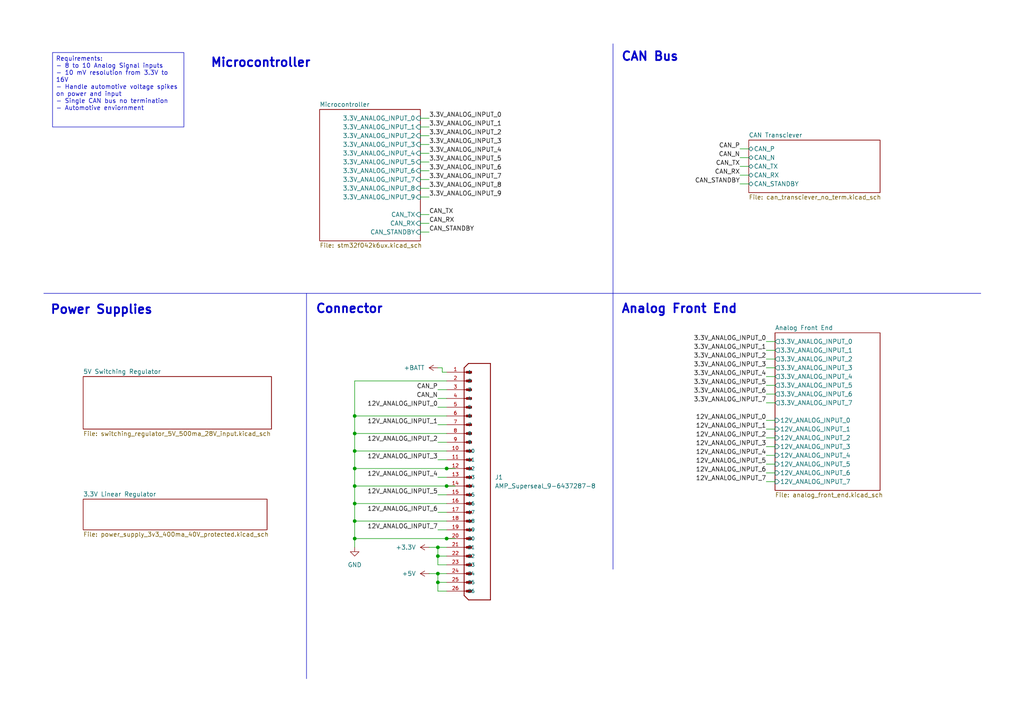
<source format=kicad_sch>
(kicad_sch (version 20250114) (generator "eeschema") (generator_version "9.0")
  (paper "A4")
  (title_block (title "Signal to CAN Device") (date "2025-07-21") (rev "1") (company "Brian Glen"))
  (lib_symbols
    (symbol "power:+3.3V" (power) (pin_numbers (hide yes)) (pin_names (offset 0) (hide yes))
      (property "Value" "+3.3V" (at 0 3.556 0))
      (symbol "+3.3V_0_1"
        (polyline (pts (xy -0.762 1.27) (xy 0 2.54)))
        (polyline (pts (xy 0 2.54) (xy 0.762 1.27)))
        (polyline (pts (xy 0 0) (xy 0 2.54)))
      )
      (symbol "+3.3V_1_1"
        (pin power_in line (at 0 0 90) (length 0) (name "~") (number "1"))
      )
    )
    (symbol "power:+5V" (power) (pin_numbers (hide yes)) (pin_names (offset 0) (hide yes))
      (property "Value" "+5V" (at 0 3.556 0))
      (symbol "+5V_0_1"
        (polyline (pts (xy -0.762 1.27) (xy 0 2.54)))
        (polyline (pts (xy 0 2.54) (xy 0.762 1.27)))
        (polyline (pts (xy 0 0) (xy 0 2.54)))
      )
      (symbol "+5V_1_1"
        (pin power_in line (at 0 0 90) (length 0) (name "~") (number "1"))
      )
    )
    (symbol "power:+BATT" (power) (pin_numbers (hide yes)) (pin_names (offset 0) (hide yes))
      (property "Value" "+BATT" (at 0 3.556 0))
      (symbol "+BATT_0_1"
        (polyline (pts (xy -0.762 1.27) (xy 0 2.54)))
        (polyline (pts (xy 0 2.54) (xy 0.762 1.27)))
        (polyline (pts (xy 0 0) (xy 0 2.54)))
      )
      (symbol "+BATT_1_1"
        (pin power_in line (at 0 0 90) (length 0) (name "~") (number "1"))
      )
    )
    (symbol "power:GND" (power) (pin_numbers (hide yes)) (pin_names (offset 0) (hide yes))
      (property "Value" "GND" (at 0 -3.81 0))
      (symbol "GND_0_1"
        (polyline (pts (xy 0 0) (xy 0 -1.27) (xy 1.27 -1.27) (xy 0 -2.54) (xy -1.27 -1.27) (xy 0 -1.27)))
      )
      (symbol "GND_1_1"
        (pin power_in line (at 0 0 270) (length 0) (name "~") (number "1"))
      )
    )
    (symbol "signal-to-can:AMP_Superseal_9-6437287-8" (pin_names (offset 1.016))
      (property "Reference" "J" (at 0 34.29 0))
      (property "Value" "AMP_Superseal_9-6437287-8" (at 0 -38.1 0))
      (symbol "AMP_Superseal_9-6437287-8_0_0"
        (polyline (pts (xy 0 31.75) (xy 0 -34.29)) (stroke (width 0.254)))
        (polyline (pts (xy 0 31.75) (xy 1.27 33.02)) (stroke (width 0.254)))
        (polyline (pts (xy 0 30.48) (xy 1.905 30.48)) (stroke (width 0.254)))
        (polyline (pts (xy 0 27.94) (xy 1.905 27.94)) (stroke (width 0.254)))
        (polyline (pts (xy 0 25.4) (xy 1.905 25.4)) (stroke (width 0.254)))
        (polyline (pts (xy 0 22.86) (xy 1.905 22.86)) (stroke (width 0.254)))
        (polyline (pts (xy 0 20.32) (xy 1.905 20.32)) (stroke (width 0.254)))
        (polyline (pts (xy 0 17.78) (xy 1.905 17.78)) (stroke (width 0.254)))
        (polyline (pts (xy 0 15.24) (xy 1.905 15.24)) (stroke (width 0.254)))
        (polyline (pts (xy 0 12.7) (xy 1.905 12.7)) (stroke (width 0.254)))
        (polyline (pts (xy 0 10.16) (xy 1.905 10.16)) (stroke (width 0.254)))
        (polyline (pts (xy 0 7.62) (xy 1.905 7.62)) (stroke (width 0.254)))
        (polyline (pts (xy 0 5.08) (xy 1.905 5.08)) (stroke (width 0.254)))
        (polyline (pts (xy 0 2.54) (xy 1.905 2.54)) (stroke (width 0.254)))
        (polyline (pts (xy 0 0) (xy 1.905 0)) (stroke (width 0.254)))
        (polyline (pts (xy 0 -2.54) (xy 1.905 -2.54)) (stroke (width 0.254)))
        (polyline (pts (xy 0 -5.08) (xy 1.905 -5.08)) (stroke (width 0.254)))
        (polyline (pts (xy 0 -7.62) (xy 1.905 -7.62)) (stroke (width 0.254)))
        (polyline (pts (xy 0 -10.16) (xy 1.905 -10.16)) (stroke (width 0.254)))
        (polyline (pts (xy 0 -12.7) (xy 1.905 -12.7)) (stroke (width 0.254)))
        (polyline (pts (xy 0 -15.24) (xy 1.905 -15.24)) (stroke (width 0.254)))
        (polyline (pts (xy 0 -17.78) (xy 1.905 -17.78)) (stroke (width 0.254)))
        (polyline (pts (xy 0 -20.32) (xy 1.905 -20.32)) (stroke (width 0.254)))
        (polyline (pts (xy 0 -22.86) (xy 1.905 -22.86)) (stroke (width 0.254)))
        (polyline (pts (xy 0 -25.4) (xy 1.905 -25.4)) (stroke (width 0.254)))
        (polyline (pts (xy 0 -27.94) (xy 1.905 -27.94)) (stroke (width 0.254)))
        (polyline (pts (xy 0 -30.48) (xy 1.905 -30.48)) (stroke (width 0.254)))
        (polyline (pts (xy 0 -33.02) (xy 1.905 -33.02)) (stroke (width 0.254)))
        (polyline (pts (xy 0 -34.29) (xy 1.27 -35.56)) (stroke (width 0.254)))
        (rectangle (start 0.635 30.1625) (end 2.2225 30.7975) (stroke (width 0.1)) (fill (type outline)))
        (rectangle (start 0.635 27.6225) (end 2.2225 28.2575) (stroke (width 0.1)) (fill (type outline)))
        (rectangle (start 0.635 25.0825) (end 2.2225 25.7175) (stroke (width 0.1)) (fill (type outline)))
        (rectangle (start 0.635 22.5425) (end 2.2225 23.1775) (stroke (width 0.1)) (fill (type outline)))
        (rectangle (start 0.635 20.0025) (end 2.2225 20.6375) (stroke (width 0.1)) (fill (type outline)))
        (rectangle (start 0.635 17.4625) (end 2.2225 18.0975) (stroke (width 0.1)) (fill (type outline)))
        (rectangle (start 0.635 14.9225) (end 2.2225 15.5575) (stroke (width 0.1)) (fill (type outline)))
        (rectangle (start 0.635 12.3825) (end 2.2225 13.0175) (stroke (width 0.1)) (fill (type outline)))
        (rectangle (start 0.635 9.8425) (end 2.2225 10.4775) (stroke (width 0.1)) (fill (type outline)))
        (rectangle (start 0.635 7.3025) (end 2.2225 7.9375) (stroke (width 0.1)) (fill (type outline)))
        (rectangle (start 0.635 4.7625) (end 2.2225 5.3975) (stroke (width 0.1)) (fill (type outline)))
        (rectangle (start 0.635 2.2225) (end 2.2225 2.8575) (stroke (width 0.1)) (fill (type outline)))
        (rectangle (start 0.635 -0.3175) (end 2.2225 0.3175) (stroke (width 0.1)) (fill (type outline)))
        (rectangle (start 0.635 -2.8575) (end 2.2225 -2.2225) (stroke (width 0.1)) (fill (type outline)))
        (rectangle (start 0.635 -5.3975) (end 2.2225 -4.7625) (stroke (width 0.1)) (fill (type outline)))
        (rectangle (start 0.635 -7.9375) (end 2.2225 -7.3025) (stroke (width 0.1)) (fill (type outline)))
        (rectangle (start 0.635 -10.4775) (end 2.2225 -9.8425) (stroke (width 0.1)) (fill (type outline)))
        (rectangle (start 0.635 -13.0175) (end 2.2225 -12.3825) (stroke (width 0.1)) (fill (type outline)))
        (rectangle (start 0.635 -15.5575) (end 2.2225 -14.9225) (stroke (width 0.1)) (fill (type outline)))
        (rectangle (start 0.635 -18.0975) (end 2.2225 -17.4625) (stroke (width 0.1)) (fill (type outline)))
        (rectangle (start 0.635 -20.6375) (end 2.2225 -20.0025) (stroke (width 0.1)) (fill (type outline)))
        (rectangle (start 0.635 -23.1775) (end 2.2225 -22.5425) (stroke (width 0.1)) (fill (type outline)))
        (rectangle (start 0.635 -25.7175) (end 2.2225 -25.0825) (stroke (width 0.1)) (fill (type outline)))
        (rectangle (start 0.635 -28.2575) (end 2.2225 -27.6225) (stroke (width 0.1)) (fill (type outline)))
        (rectangle (start 0.635 -30.7975) (end 2.2225 -30.1625) (stroke (width 0.1)) (fill (type outline)))
        (rectangle (start 0.635 -33.3375) (end 2.2225 -32.7025) (stroke (width 0.1)) (fill (type outline)))
        (polyline (pts (xy 1.27 -35.56) (xy 7.62 -35.56)) (stroke (width 0.254)))
        (polyline (pts (xy 7.62 33.02) (xy 1.27 33.02)) (stroke (width 0.254)))
        (polyline (pts (xy 7.62 -35.56) (xy 7.62 33.02)) (stroke (width 0.254)))
        (pin passive line (at -5.08 30.48 0) (length 5.08) (name "1") (number "1"))
        (pin passive line (at -5.08 27.94 0) (length 5.08) (name "2") (number "2"))
        (pin passive line (at -5.08 25.4 0) (length 5.08) (name "3") (number "3"))
        (pin passive line (at -5.08 22.86 0) (length 5.08) (name "4") (number "4"))
        (pin passive line (at -5.08 20.32 0) (length 5.08) (name "5") (number "5"))
        (pin passive line (at -5.08 17.78 0) (length 5.08) (name "6") (number "6"))
        (pin passive line (at -5.08 15.24 0) (length 5.08) (name "7") (number "7"))
        (pin passive line (at -5.08 12.7 0) (length 5.08) (name "8") (number "8"))
        (pin passive line (at -5.08 10.16 0) (length 5.08) (name "9") (number "9"))
        (pin passive line (at -5.08 7.62 0) (length 5.08) (name "10") (number "10"))
        (pin passive line (at -5.08 5.08 0) (length 5.08) (name "11") (number "11"))
        (pin passive line (at -5.08 2.54 0) (length 5.08) (name "12") (number "12"))
        (pin passive line (at -5.08 0 0) (length 5.08) (name "13") (number "13"))
        (pin passive line (at -5.08 -2.54 0) (length 5.08) (name "14") (number "14"))
        (pin passive line (at -5.08 -5.08 0) (length 5.08) (name "15") (number "15"))
        (pin passive line (at -5.08 -7.62 0) (length 5.08) (name "16") (number "16"))
        (pin passive line (at -5.08 -10.16 0) (length 5.08) (name "17") (number "17"))
        (pin passive line (at -5.08 -12.7 0) (length 5.08) (name "18") (number "18"))
        (pin passive line (at -5.08 -15.24 0) (length 5.08) (name "19") (number "19"))
        (pin passive line (at -5.08 -17.78 0) (length 5.08) (name "20") (number "20"))
        (pin passive line (at -5.08 -20.32 0) (length 5.08) (name "21") (number "21"))
        (pin passive line (at -5.08 -22.86 0) (length 5.08) (name "22") (number "22"))
        (pin passive line (at -5.08 -25.4 0) (length 5.08) (name "23") (number "23"))
        (pin passive line (at -5.08 -27.94 0) (length 5.08) (name "24") (number "24"))
        (pin passive line (at -5.08 -30.48 0) (length 5.08) (name "25") (number "25"))
        (pin passive line (at -5.08 -33.02 0) (length 5.08) (name "26") (number "26"))
      )
    )
  )
  (rectangle (start 177.8 12.7) (end 177.8 165.1))
  (rectangle (start 88.9 85.09) (end 88.9 196.85))
  (rectangle (start 12.7 85.09) (end 284.48 85.09))
  (text "Connector" (at 91.44 89.662 0) (effects (font (size 2.54 2.54) (thickness 0.508) (bold yes)) (justify left)))
  (text "Analog Front End" (at 180.086 89.662 0) (effects (font (size 2.54 2.54) (thickness 0.508) (bold yes)) (justify left)))
  (text "Power Supplies" (at 14.478 89.916 0) (effects (font (size 2.54 2.54) (thickness 0.508) (bold yes)) (justify left)))
  (text "CAN Bus" (at 180.086 16.51 0) (effects (font (size 2.54 2.54) (thickness 0.508) (bold yes)) (justify left)))
  (text "Microcontroller" (at 60.96 18.288 0) (effects (font (size 2.54 2.54) (thickness 0.508) (bold yes)) (justify left)))
  (text_box "Requirements:\n- 8 to 10 Analog Signal inputs\n- 10 mV resolution from 3.3V to 16V\n- Handle automotive voltage spikes on power and input\n- Single CAN bus no termination\n- Automotive enviornment" (at 15.24 15.24 0) (size 38.1 21.59) (margins 0.9525 0.9525 0.9525 0.9525) (effects (font (size 1.27 1.27)) (justify left top)))
  (junction (at 129.54 135.89))
  (junction (at 102.87 151.13))
  (junction (at 102.87 120.65))
  (junction (at 127 168.91))
  (junction (at 129.54 140.97))
  (junction (at 127 158.75))
  (junction (at 102.87 146.05))
  (junction (at 102.87 135.89))
  (junction (at 127 166.37))
  (junction (at 127 161.29))
  (junction (at 129.54 156.21))
  (junction (at 102.87 140.97))
  (junction (at 102.87 156.21))
  (junction (at 102.87 125.73))
  (junction (at 102.87 130.81))
  (wire (pts (xy 121.92 54.61) (xy 124.46 54.61)))
  (wire (pts (xy 127 123.19) (xy 129.54 123.19)))
  (wire (pts (xy 121.92 41.91) (xy 124.46 41.91)))
  (wire (pts (xy 127 148.59) (xy 129.54 148.59)))
  (wire (pts (xy 222.25 129.54) (xy 224.79 129.54)))
  (wire (pts (xy 102.87 140.97) (xy 102.87 146.05)))
  (wire (pts (xy 121.92 36.83) (xy 124.46 36.83)))
  (wire (pts (xy 214.63 53.34) (xy 217.17 53.34)))
  (wire (pts (xy 102.87 125.73) (xy 102.87 120.65)))
  (wire (pts (xy 102.87 130.81) (xy 129.54 130.81)))
  (wire (pts (xy 102.87 120.65) (xy 102.87 110.49)))
  (wire (pts (xy 102.87 151.13) (xy 129.54 151.13)))
  (wire (pts (xy 222.25 134.62) (xy 224.79 134.62)))
  (wire (pts (xy 121.92 57.15) (xy 124.46 57.15)))
  (wire (pts (xy 222.25 132.08) (xy 224.79 132.08)))
  (wire (pts (xy 132.08 156.21) (xy 129.54 156.21)))
  (wire (pts (xy 124.46 166.37) (xy 127 166.37)))
  (wire (pts (xy 127 143.51) (xy 129.54 143.51)))
  (wire (pts (xy 102.87 125.73) (xy 129.54 125.73)))
  (wire (pts (xy 127 158.75) (xy 129.54 158.75)))
  (wire (pts (xy 222.25 137.16) (xy 224.79 137.16)))
  (wire (pts (xy 102.87 120.65) (xy 129.54 120.65)))
  (wire (pts (xy 102.87 146.05) (xy 102.87 151.13)))
  (wire (pts (xy 127 163.83) (xy 127 161.29)))
  (wire (pts (xy 102.87 130.81) (xy 102.87 135.89)))
  (wire (pts (xy 129.54 163.83) (xy 127 163.83)))
  (wire (pts (xy 121.92 34.29) (xy 124.46 34.29)))
  (wire (pts (xy 127 115.57) (xy 129.54 115.57)))
  (wire (pts (xy 222.25 106.68) (xy 224.79 106.68)))
  (wire (pts (xy 129.54 171.45) (xy 127 171.45)))
  (wire (pts (xy 214.63 45.72) (xy 217.17 45.72)))
  (wire (pts (xy 128.27 106.68) (xy 128.27 107.95)))
  (wire (pts (xy 127 138.43) (xy 129.54 138.43)))
  (wire (pts (xy 222.25 121.92) (xy 224.79 121.92)))
  (wire (pts (xy 121.92 67.31) (xy 124.46 67.31)))
  (wire (pts (xy 222.25 139.7) (xy 224.79 139.7)))
  (wire (pts (xy 214.63 48.26) (xy 217.17 48.26)))
  (wire (pts (xy 121.92 62.23) (xy 124.46 62.23)))
  (wire (pts (xy 129.54 161.29) (xy 127 161.29)))
  (wire (pts (xy 124.46 158.75) (xy 127 158.75)))
  (wire (pts (xy 121.92 49.53) (xy 124.46 49.53)))
  (wire (pts (xy 121.92 64.77) (xy 124.46 64.77)))
  (wire (pts (xy 222.25 111.76) (xy 224.79 111.76)))
  (wire (pts (xy 132.08 140.97) (xy 129.54 140.97)))
  (wire (pts (xy 214.63 50.8) (xy 217.17 50.8)))
  (wire (pts (xy 102.87 135.89) (xy 102.87 140.97)))
  (wire (pts (xy 121.92 39.37) (xy 124.46 39.37)))
  (wire (pts (xy 102.87 151.13) (xy 102.87 156.21)))
  (wire (pts (xy 102.87 140.97) (xy 129.54 140.97)))
  (wire (pts (xy 127 166.37) (xy 129.54 166.37)))
  (wire (pts (xy 127 161.29) (xy 127 158.75)))
  (wire (pts (xy 102.87 146.05) (xy 129.54 146.05)))
  (wire (pts (xy 121.92 52.07) (xy 124.46 52.07)))
  (wire (pts (xy 222.25 127) (xy 224.79 127)))
  (wire (pts (xy 121.92 44.45) (xy 124.46 44.45)))
  (wire (pts (xy 222.25 99.06) (xy 224.79 99.06)))
  (wire (pts (xy 222.25 104.14) (xy 224.79 104.14)))
  (wire (pts (xy 222.25 101.6) (xy 224.79 101.6)))
  (wire (pts (xy 222.25 124.46) (xy 224.79 124.46)))
  (wire (pts (xy 127 171.45) (xy 127 168.91)))
  (wire (pts (xy 121.92 46.99) (xy 124.46 46.99)))
  (wire (pts (xy 222.25 116.84) (xy 224.79 116.84)))
  (wire (pts (xy 129.54 156.21) (xy 102.87 156.21)))
  (wire (pts (xy 102.87 130.81) (xy 102.87 125.73)))
  (wire (pts (xy 102.87 158.75) (xy 102.87 156.21)))
  (wire (pts (xy 127 168.91) (xy 127 166.37)))
  (wire (pts (xy 127 168.91) (xy 129.54 168.91)))
  (wire (pts (xy 132.08 135.89) (xy 129.54 135.89)))
  (wire (pts (xy 129.54 135.89) (xy 102.87 135.89)))
  (wire (pts (xy 222.25 114.3) (xy 224.79 114.3)))
  (wire (pts (xy 127 113.03) (xy 129.54 113.03)))
  (wire (pts (xy 127 128.27) (xy 129.54 128.27)))
  (wire (pts (xy 222.25 109.22) (xy 224.79 109.22)))
  (wire (pts (xy 127 106.68) (xy 128.27 106.68)))
  (wire (pts (xy 127 133.35) (xy 129.54 133.35)))
  (wire (pts (xy 102.87 110.49) (xy 129.54 110.49)))
  (wire (pts (xy 127 118.11) (xy 129.54 118.11)))
  (wire (pts (xy 127 153.67) (xy 129.54 153.67)))
  (wire (pts (xy 128.27 107.95) (xy 129.54 107.95)))
  (wire (pts (xy 214.63 43.18) (xy 217.17 43.18)))
  (label "CAN_P" (at 127 113.03 180))
  (label "12V_ANALOG_INPUT_7" (at 222.25 139.7 180))
  (label "CAN_STANDBY" (at 124.46 67.31 0))
  (label "3.3V_ANALOG_INPUT_6" (at 124.46 49.53 0))
  (label "CAN_RX" (at 214.63 50.8 180))
  (label "3.3V_ANALOG_INPUT_5" (at 124.46 46.99 0))
  (label "12V_ANALOG_INPUT_5" (at 222.25 134.62 180))
  (label "12V_ANALOG_INPUT_1" (at 127 123.19 180))
  (label "CAN_RX" (at 124.46 64.77 0))
  (label "12V_ANALOG_INPUT_7" (at 127 153.67 180))
  (label "3.3V_ANALOG_INPUT_1" (at 222.25 101.6 180))
  (label "3.3V_ANALOG_INPUT_2" (at 222.25 104.14 180))
  (label "12V_ANALOG_INPUT_3" (at 127 133.35 180))
  (label "3.3V_ANALOG_INPUT_4" (at 124.46 44.45 0))
  (label "12V_ANALOG_INPUT_4" (at 222.25 132.08 180))
  (label "CAN_STANDBY" (at 214.63 53.34 180))
  (label "3.3V_ANALOG_INPUT_0" (at 124.46 34.29 0))
  (label "3.3V_ANALOG_INPUT_1" (at 124.46 36.83 0))
  (label "3.3V_ANALOG_INPUT_6" (at 222.25 114.3 180))
  (label "3.3V_ANALOG_INPUT_8" (at 124.46 54.61 0))
  (label "3.3V_ANALOG_INPUT_0" (at 222.25 99.06 180))
  (label "3.3V_ANALOG_INPUT_9" (at 124.46 57.15 0))
  (label "12V_ANALOG_INPUT_0" (at 127 118.11 180))
  (label "CAN_TX" (at 214.63 48.26 180))
  (label "12V_ANALOG_INPUT_4" (at 127 138.43 180))
  (label "3.3V_ANALOG_INPUT_7" (at 124.46 52.07 0))
  (label "12V_ANALOG_INPUT_1" (at 222.25 124.46 180))
  (label "3.3V_ANALOG_INPUT_5" (at 222.25 111.76 180))
  (label "3.3V_ANALOG_INPUT_3" (at 222.25 106.68 180))
  (label "12V_ANALOG_INPUT_0" (at 222.25 121.92 180))
  (label "3.3V_ANALOG_INPUT_7" (at 222.25 116.84 180))
  (label "12V_ANALOG_INPUT_3" (at 222.25 129.54 180))
  (label "CAN_TX" (at 124.46 62.23 0))
  (label "3.3V_ANALOG_INPUT_3" (at 124.46 41.91 0))
  (label "3.3V_ANALOG_INPUT_2" (at 124.46 39.37 0))
  (label "CAN_N" (at 127 115.57 180))
  (label "12V_ANALOG_INPUT_6" (at 222.25 137.16 180))
  (label "12V_ANALOG_INPUT_2" (at 127 128.27 180))
  (label "12V_ANALOG_INPUT_5" (at 127 143.51 180))
  (label "CAN_P" (at 214.63 43.18 180))
  (label "CAN_N" (at 214.63 45.72 180))
  (label "12V_ANALOG_INPUT_2" (at 222.25 127 180))
  (label "3.3V_ANALOG_INPUT_4" (at 222.25 109.22 180))
  (label "12V_ANALOG_INPUT_6" (at 127 148.59 180))
  (symbol (lib_id "signal-to-can:AMP_Superseal_9-6437287-8") (at 134.62 138.43 0) (unit 1)
    (property "Reference" "J1" (at 143.51 138.4299 0) (effects (justify left)))
    (property "Value" "AMP_Superseal_9-6437287-8" (at 143.51 140.9699 0) (effects (justify left)))
    (property "Footprint" "can_datalogger_board:TE_9-6437287-8" (effects (hide yes)))
    (property "PARTREV" "A1" (effects (hide yes)))
    (property "MANUFACTURER" "TE Connectivity" (effects (hide yes)))
    (property "MAXIMUM_PACKAGE_HEIGHT" "28.15 mm" (effects (hide yes)))
    (property "STANDARD" "Manufacturer recommendations" (effects (hide yes)))
  )
  (symbol (lib_id "power:+BATT") (at 127 106.68 90) (unit 1)
    (property "Reference" "#PWR051" (effects (hide yes)))
    (property "Value" "+BATT" (at 123.19 106.6799 90) (effects (justify left)))
    (property "Description" "Power symbol creates a global label with name \"+BATT\"" (effects (hide yes)))
  )
  (symbol (lib_id "power:+5V") (at 124.46 166.37 90) (unit 1)
    (property "Reference" "#PWR054" (effects (hide yes)))
    (property "Value" "+5V" (at 120.65 166.3699 90) (effects (justify left)))
    (property "Description" "Power symbol creates a global label with name \"+5V\"" (effects (hide yes)))
  )
  (symbol (lib_id "power:+3.3V") (at 124.46 158.75 90) (unit 1)
    (property "Reference" "#PWR053" (effects (hide yes)))
    (property "Value" "+3.3V" (at 120.65 158.7499 90) (effects (justify left)))
    (property "Description" "Power symbol creates a global label with name \"+3.3V\"" (effects (hide yes)))
  )
  (symbol (lib_id "power:GND") (at 102.87 158.75 0) (unit 1)
    (property "Reference" "#PWR052" (effects (hide yes)))
    (property "Value" "GND" (at 102.87 163.83 0))
    (property "Description" "Power symbol creates a global label with name \"GND\" , ground" (effects (hide yes)))
  )
  (sheet (at 24.13 109.22) (size 54.61 15.24) (stroke (width 0.1524))
    (property "Sheetname" "5V Switching Regulator" (at 24.13 108.5084 0) (effects (justify left bottom)))
    (property "Sheetfile" "switching_regulator_5V_500ma_28V_input.kicad_sch" (at 24.13 125.0446 0) (effects (justify left top)))
  )
  (sheet (at 224.79 96.52) (size 30.48 45.72) (stroke (width 0.1524))
    (property "Sheetname" "Analog Front End" (at 224.79 95.8084 0) (effects (justify left bottom)))
    (property "Sheetfile" "analog_front_end.kicad_sch" (at 224.79 142.8246 0) (effects (justify left top)))
    (pin "3.3V_ANALOG_INPUT_7" output (at 224.79 116.84 180))
    (pin "3.3V_ANALOG_INPUT_1" output (at 224.79 101.6 180))
    (pin "3.3V_ANALOG_INPUT_0" output (at 224.79 99.06 180))
    (pin "3.3V_ANALOG_INPUT_6" output (at 224.79 114.3 180))
    (pin "3.3V_ANALOG_INPUT_3" output (at 224.79 106.68 180))
    (pin "3.3V_ANALOG_INPUT_5" output (at 224.79 111.76 180))
    (pin "3.3V_ANALOG_INPUT_2" output (at 224.79 104.14 180))
    (pin "3.3V_ANALOG_INPUT_4" output (at 224.79 109.22 180))
    (pin "12V_ANALOG_INPUT_2" input (at 224.79 127 180))
    (pin "12V_ANALOG_INPUT_6" input (at 224.79 137.16 180))
    (pin "12V_ANALOG_INPUT_7" input (at 224.79 139.7 180))
    (pin "12V_ANALOG_INPUT_5" input (at 224.79 134.62 180))
    (pin "12V_ANALOG_INPUT_4" input (at 224.79 132.08 180))
    (pin "12V_ANALOG_INPUT_3" input (at 224.79 129.54 180))
    (pin "12V_ANALOG_INPUT_1" input (at 224.79 124.46 180))
    (pin "12V_ANALOG_INPUT_0" input (at 224.79 121.92 180))
  )
  (sheet (at 24.13 144.78) (size 53.34 8.89) (stroke (width 0.1524))
    (property "Sheetname" "3.3V Linear Regulator" (at 24.13 144.0684 0) (effects (justify left bottom)))
    (property "Sheetfile" "power_supply_3v3_400ma_40V_protected.kicad_sch" (at 24.13 154.2546 0) (effects (justify left top)))
  )
  (sheet (at 217.17 40.64) (size 38.1 15.24) (stroke (width 0.1524))
    (property "Sheetname" "CAN Transciever" (at 217.17 39.9284 0) (effects (justify left bottom)))
    (property "Sheetfile" "can_transciever_no_term.kicad_sch" (at 217.17 56.4646 0) (effects (justify left top)))
    (pin "CAN_P" bidirectional (at 217.17 43.18 180))
    (pin "CAN_N" bidirectional (at 217.17 45.72 180))
    (pin "CAN_TX" bidirectional (at 217.17 48.26 180))
    (pin "CAN_STANDBY" bidirectional (at 217.17 53.34 180))
    (pin "CAN_RX" bidirectional (at 217.17 50.8 180))
  )
  (sheet (at 92.71 31.75) (size 29.21 38.1) (stroke (width 0.1524))
    (property "Sheetname" "Microcontroller" (at 92.71 31.0384 0) (effects (justify left bottom)))
    (property "Sheetfile" "stm32f042k6ux.kicad_sch" (at 92.71 70.4346 0) (effects (justify left top)))
    (pin "3.3V_ANALOG_INPUT_5" input (at 121.92 46.99 0))
    (pin "3.3V_ANALOG_INPUT_1" input (at 121.92 36.83 0))
    (pin "3.3V_ANALOG_INPUT_0" input (at 121.92 34.29 0))
    (pin "CAN_STANDBY" input (at 121.92 67.31 0))
    (pin "3.3V_ANALOG_INPUT_2" input (at 121.92 39.37 0))
    (pin "3.3V_ANALOG_INPUT_4" input (at 121.92 44.45 0))
    (pin "3.3V_ANALOG_INPUT_8" input (at 121.92 54.61 0))
    (pin "3.3V_ANALOG_INPUT_9" input (at 121.92 57.15 0))
    (pin "3.3V_ANALOG_INPUT_7" input (at 121.92 52.07 0))
    (pin "CAN_TX" input (at 121.92 62.23 0))
    (pin "CAN_RX" input (at 121.92 64.77 0))
    (pin "3.3V_ANALOG_INPUT_6" input (at 121.92 49.53 0))
    (pin "3.3V_ANALOG_INPUT_3" input (at 121.92 41.91 0))
  )
)
</source>
